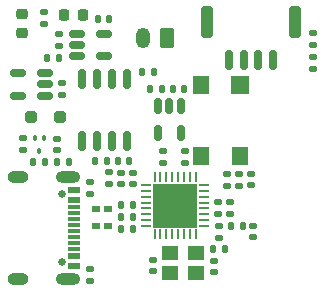
<source format=gts>
G04 #@! TF.GenerationSoftware,KiCad,Pcbnew,8.0.3*
G04 #@! TF.CreationDate,2024-07-05T13:17:58+02:00*
G04 #@! TF.ProjectId,ESP32-C3-V2,45535033-322d-4433-932d-56322e6b6963,rev?*
G04 #@! TF.SameCoordinates,Original*
G04 #@! TF.FileFunction,Soldermask,Top*
G04 #@! TF.FilePolarity,Negative*
%FSLAX46Y46*%
G04 Gerber Fmt 4.6, Leading zero omitted, Abs format (unit mm)*
G04 Created by KiCad (PCBNEW 8.0.3) date 2024-07-05 13:17:58*
%MOMM*%
%LPD*%
G01*
G04 APERTURE LIST*
G04 Aperture macros list*
%AMRoundRect*
0 Rectangle with rounded corners*
0 $1 Rounding radius*
0 $2 $3 $4 $5 $6 $7 $8 $9 X,Y pos of 4 corners*
0 Add a 4 corners polygon primitive as box body*
4,1,4,$2,$3,$4,$5,$6,$7,$8,$9,$2,$3,0*
0 Add four circle primitives for the rounded corners*
1,1,$1+$1,$2,$3*
1,1,$1+$1,$4,$5*
1,1,$1+$1,$6,$7*
1,1,$1+$1,$8,$9*
0 Add four rect primitives between the rounded corners*
20,1,$1+$1,$2,$3,$4,$5,0*
20,1,$1+$1,$4,$5,$6,$7,0*
20,1,$1+$1,$6,$7,$8,$9,0*
20,1,$1+$1,$8,$9,$2,$3,0*%
G04 Aperture macros list end*
%ADD10RoundRect,0.140000X-0.170000X0.140000X-0.170000X-0.140000X0.170000X-0.140000X0.170000X0.140000X0*%
%ADD11RoundRect,0.135000X-0.185000X0.135000X-0.185000X-0.135000X0.185000X-0.135000X0.185000X0.135000X0*%
%ADD12RoundRect,0.135000X-0.135000X-0.185000X0.135000X-0.185000X0.135000X0.185000X-0.135000X0.185000X0*%
%ADD13RoundRect,0.150000X0.150000X0.700000X-0.150000X0.700000X-0.150000X-0.700000X0.150000X-0.700000X0*%
%ADD14RoundRect,0.250000X0.250000X1.100000X-0.250000X1.100000X-0.250000X-1.100000X0.250000X-1.100000X0*%
%ADD15RoundRect,0.140000X-0.140000X-0.170000X0.140000X-0.170000X0.140000X0.170000X-0.140000X0.170000X0*%
%ADD16RoundRect,0.140000X0.170000X-0.140000X0.170000X0.140000X-0.170000X0.140000X-0.170000X-0.140000X0*%
%ADD17RoundRect,0.135000X0.135000X0.185000X-0.135000X0.185000X-0.135000X-0.185000X0.135000X-0.185000X0*%
%ADD18R,0.700000X0.600000*%
%ADD19RoundRect,0.218750X0.256250X-0.218750X0.256250X0.218750X-0.256250X0.218750X-0.256250X-0.218750X0*%
%ADD20C,0.660000*%
%ADD21R,1.140000X0.600000*%
%ADD22R,1.140000X0.300000*%
%ADD23O,2.100000X1.000000*%
%ADD24O,1.800000X1.000000*%
%ADD25RoundRect,0.250000X0.350000X0.625000X-0.350000X0.625000X-0.350000X-0.625000X0.350000X-0.625000X0*%
%ADD26O,1.200000X1.750000*%
%ADD27RoundRect,0.140000X0.140000X0.170000X-0.140000X0.170000X-0.140000X-0.170000X0.140000X-0.170000X0*%
%ADD28RoundRect,0.250000X0.250000X0.250000X-0.250000X0.250000X-0.250000X-0.250000X0.250000X-0.250000X0*%
%ADD29RoundRect,0.135000X0.185000X-0.135000X0.185000X0.135000X-0.185000X0.135000X-0.185000X-0.135000X0*%
%ADD30RoundRect,0.218750X0.218750X0.256250X-0.218750X0.256250X-0.218750X-0.256250X0.218750X-0.256250X0*%
%ADD31RoundRect,0.100000X-0.100000X0.125000X-0.100000X-0.125000X0.100000X-0.125000X0.100000X0.125000X0*%
%ADD32R,1.500000X1.500000*%
%ADD33R,1.400000X1.600000*%
%ADD34RoundRect,0.150000X-0.150000X0.512500X-0.150000X-0.512500X0.150000X-0.512500X0.150000X0.512500X0*%
%ADD35RoundRect,0.062500X0.337500X0.062500X-0.337500X0.062500X-0.337500X-0.062500X0.337500X-0.062500X0*%
%ADD36RoundRect,0.062500X0.062500X0.337500X-0.062500X0.337500X-0.062500X-0.337500X0.062500X-0.337500X0*%
%ADD37R,3.700000X3.700000*%
%ADD38RoundRect,0.150000X-0.512500X-0.150000X0.512500X-0.150000X0.512500X0.150000X-0.512500X0.150000X0*%
%ADD39R,1.400000X1.200000*%
%ADD40RoundRect,0.150000X0.150000X-0.675000X0.150000X0.675000X-0.150000X0.675000X-0.150000X-0.675000X0*%
%ADD41RoundRect,0.150000X0.512500X0.150000X-0.512500X0.150000X-0.512500X-0.150000X0.512500X-0.150000X0*%
G04 APERTURE END LIST*
D10*
G04 #@! TO.C,C3*
X54200000Y-7220000D03*
X54200000Y-8180000D03*
G04 #@! TD*
D11*
G04 #@! TO.C,R3*
X40400000Y-10890000D03*
X40400000Y-11910000D03*
G04 #@! TD*
D10*
G04 #@! TO.C,C5*
X48400000Y-920000D03*
X48400000Y-1880000D03*
G04 #@! TD*
D12*
G04 #@! TO.C,R14*
X37590000Y-1820000D03*
X38610000Y-1820000D03*
G04 #@! TD*
D11*
G04 #@! TO.C,R9*
X59300000Y9110000D03*
X59300000Y8090000D03*
G04 #@! TD*
G04 #@! TO.C,R5*
X42000000Y-2690000D03*
X42000000Y-3710000D03*
G04 #@! TD*
D13*
G04 #@! TO.C,J3*
X55900000Y6800000D03*
X54650000Y6800000D03*
X53400000Y6800000D03*
X52150000Y6800000D03*
D14*
X57750000Y10000000D03*
X50300000Y10000000D03*
G04 #@! TD*
D15*
G04 #@! TO.C,C1*
X50820000Y-9200000D03*
X51780000Y-9200000D03*
G04 #@! TD*
D16*
G04 #@! TO.C,C12*
X37600000Y-800000D03*
X37600000Y160000D03*
G04 #@! TD*
D10*
G04 #@! TO.C,C16*
X50900000Y-10190000D03*
X50900000Y-11150000D03*
G04 #@! TD*
D17*
G04 #@! TO.C,R12*
X44010000Y-5490000D03*
X42990000Y-5490000D03*
G04 #@! TD*
D16*
G04 #@! TO.C,C11*
X44000000Y-3680000D03*
X44000000Y-2720000D03*
G04 #@! TD*
G04 #@! TO.C,C13*
X43000000Y-3680000D03*
X43000000Y-2720000D03*
G04 #@! TD*
D18*
G04 #@! TO.C,D1*
X41900000Y-5790000D03*
X40900000Y-5790000D03*
X40900000Y-7190000D03*
X41900000Y-7190000D03*
G04 #@! TD*
D19*
G04 #@! TO.C,D2*
X34600000Y9112500D03*
X34600000Y10687500D03*
G04 #@! TD*
D10*
G04 #@! TO.C,C6*
X51300000Y-7270000D03*
X51300000Y-8230000D03*
G04 #@! TD*
D20*
G04 #@! TO.C,U1*
X38000000Y-4520000D03*
X38000000Y-10300000D03*
D21*
X39070000Y-4210000D03*
X39070000Y-5010000D03*
D22*
X39070000Y-6160000D03*
X39070000Y-7160000D03*
X39070000Y-7660000D03*
X39070000Y-8660000D03*
D21*
X39070000Y-9810000D03*
X39070000Y-10610000D03*
X39070000Y-10610000D03*
X39070000Y-9810000D03*
D22*
X39070000Y-9160000D03*
X39070000Y-8160000D03*
X39070000Y-6660000D03*
X39070000Y-5660000D03*
D21*
X39070000Y-5010000D03*
X39070000Y-4210000D03*
D23*
X38500000Y-3090000D03*
D24*
X34320000Y-3090000D03*
D23*
X38500000Y-11730000D03*
D24*
X34320000Y-11730000D03*
G04 #@! TD*
D12*
G04 #@! TO.C,R4*
X45490000Y4350000D03*
X46510000Y4350000D03*
G04 #@! TD*
D25*
G04 #@! TO.C,J2*
X46900000Y8650000D03*
D26*
X44900000Y8650000D03*
G04 #@! TD*
D17*
G04 #@! TO.C,R8*
X44000000Y-7500000D03*
X42980000Y-7500000D03*
G04 #@! TD*
D11*
G04 #@! TO.C,R1*
X53000000Y-2790000D03*
X53000000Y-3810000D03*
G04 #@! TD*
D27*
G04 #@! TO.C,C15*
X41980000Y10325000D03*
X41020000Y10325000D03*
G04 #@! TD*
G04 #@! TO.C,C8*
X43680000Y-1700000D03*
X42720000Y-1700000D03*
G04 #@! TD*
D17*
G04 #@! TO.C,R16*
X41810000Y-1700000D03*
X40790000Y-1700000D03*
G04 #@! TD*
D12*
G04 #@! TO.C,R13*
X35590000Y-1820000D03*
X36610000Y-1820000D03*
G04 #@! TD*
D11*
G04 #@! TO.C,R19*
X52000000Y-2790000D03*
X52000000Y-3810000D03*
G04 #@! TD*
D17*
G04 #@! TO.C,L1*
X53310000Y-7250000D03*
X52290000Y-7250000D03*
G04 #@! TD*
D28*
G04 #@! TO.C,D4*
X37850000Y2000000D03*
X35350000Y2000000D03*
G04 #@! TD*
D11*
G04 #@! TO.C,R15*
X34700000Y190000D03*
X34700000Y-830000D03*
G04 #@! TD*
D29*
G04 #@! TO.C,R2*
X40400000Y-4510000D03*
X40400000Y-3490000D03*
G04 #@! TD*
D30*
G04 #@! TO.C,D3*
X39787500Y10600000D03*
X38212500Y10600000D03*
G04 #@! TD*
D29*
G04 #@! TO.C,R11*
X36500000Y9890000D03*
X36500000Y10910000D03*
G04 #@! TD*
G04 #@! TO.C,R10*
X59300000Y6090000D03*
X59300000Y7110000D03*
G04 #@! TD*
D17*
G04 #@! TO.C,R17*
X37800000Y7005000D03*
X36780000Y7005000D03*
G04 #@! TD*
D31*
G04 #@! TO.C,Q1*
X36500000Y255000D03*
X35700000Y255000D03*
X36100000Y-895000D03*
G04 #@! TD*
D10*
G04 #@! TO.C,C18*
X37790000Y8985000D03*
X37790000Y8025000D03*
G04 #@! TD*
D32*
G04 #@! TO.C,SW2*
X53100000Y4700000D03*
D33*
X53100000Y-1300000D03*
X49800000Y4700000D03*
X49800000Y-1300000D03*
G04 #@! TD*
D16*
G04 #@! TO.C,C14*
X54000000Y-3780000D03*
X54000000Y-2820000D03*
G04 #@! TD*
D11*
G04 #@! TO.C,R6*
X46600000Y-890000D03*
X46600000Y-1910000D03*
G04 #@! TD*
D15*
G04 #@! TO.C,C9*
X44820000Y5800000D03*
X45780000Y5800000D03*
G04 #@! TD*
D17*
G04 #@! TO.C,R7*
X44010000Y-6490000D03*
X42990000Y-6490000D03*
G04 #@! TD*
D29*
G04 #@! TO.C,R18*
X38000000Y3840000D03*
X38000000Y4860000D03*
G04 #@! TD*
D34*
G04 #@! TO.C,U5*
X48050000Y2887500D03*
X47100000Y2887500D03*
X46150000Y2887500D03*
X46150000Y612500D03*
X48050000Y612500D03*
G04 #@! TD*
D10*
G04 #@! TO.C,C7*
X51250000Y-5220000D03*
X51250000Y-6180000D03*
G04 #@! TD*
D35*
G04 #@! TO.C,U3*
X50050000Y-7250000D03*
X50050000Y-6750000D03*
X50050000Y-6250000D03*
X50050000Y-5750000D03*
X50050000Y-5250000D03*
X50050000Y-4750000D03*
X50050000Y-4250000D03*
X50050000Y-3750000D03*
D36*
X49350000Y-3050000D03*
X48850000Y-3050000D03*
X48350000Y-3050000D03*
X47850000Y-3050000D03*
X47350000Y-3050000D03*
X46850000Y-3050000D03*
X46350000Y-3050000D03*
X45850000Y-3050000D03*
D35*
X45150000Y-3750000D03*
X45150000Y-4250000D03*
X45150000Y-4750000D03*
X45150000Y-5250000D03*
X45150000Y-5750000D03*
X45150000Y-6250000D03*
X45150000Y-6750000D03*
X45150000Y-7250000D03*
D36*
X45850000Y-7950000D03*
X46350000Y-7950000D03*
X46850000Y-7950000D03*
X47350000Y-7950000D03*
X47850000Y-7950000D03*
X48350000Y-7950000D03*
X48850000Y-7950000D03*
X49350000Y-7950000D03*
D37*
X47600000Y-5500000D03*
G04 #@! TD*
D10*
G04 #@! TO.C,C2*
X52200000Y-5220000D03*
X52200000Y-6180000D03*
G04 #@! TD*
D38*
G04 #@! TO.C,U6*
X39262500Y9050000D03*
X39262500Y8100000D03*
X39262500Y7150000D03*
X41537500Y7150000D03*
X41537500Y9050000D03*
G04 #@! TD*
D15*
G04 #@! TO.C,C4*
X47400000Y4350000D03*
X48360000Y4350000D03*
G04 #@! TD*
D39*
G04 #@! TO.C,Y1*
X49400000Y-9550000D03*
X47200000Y-9550000D03*
X47200000Y-11250000D03*
X49400000Y-11250000D03*
G04 #@! TD*
D40*
G04 #@! TO.C,U4*
X39695000Y-25000D03*
X40965000Y-25000D03*
X42235000Y-25000D03*
X43505000Y-25000D03*
X43505000Y5225000D03*
X42235000Y5225000D03*
X40965000Y5225000D03*
X39695000Y5225000D03*
G04 #@! TD*
D41*
G04 #@! TO.C,U2*
X36537500Y3800000D03*
X36537500Y4750000D03*
X36537500Y5700000D03*
X34262500Y5700000D03*
X34262500Y3800000D03*
G04 #@! TD*
D16*
G04 #@! TO.C,C17*
X45700000Y-11080000D03*
X45700000Y-10120000D03*
G04 #@! TD*
M02*

</source>
